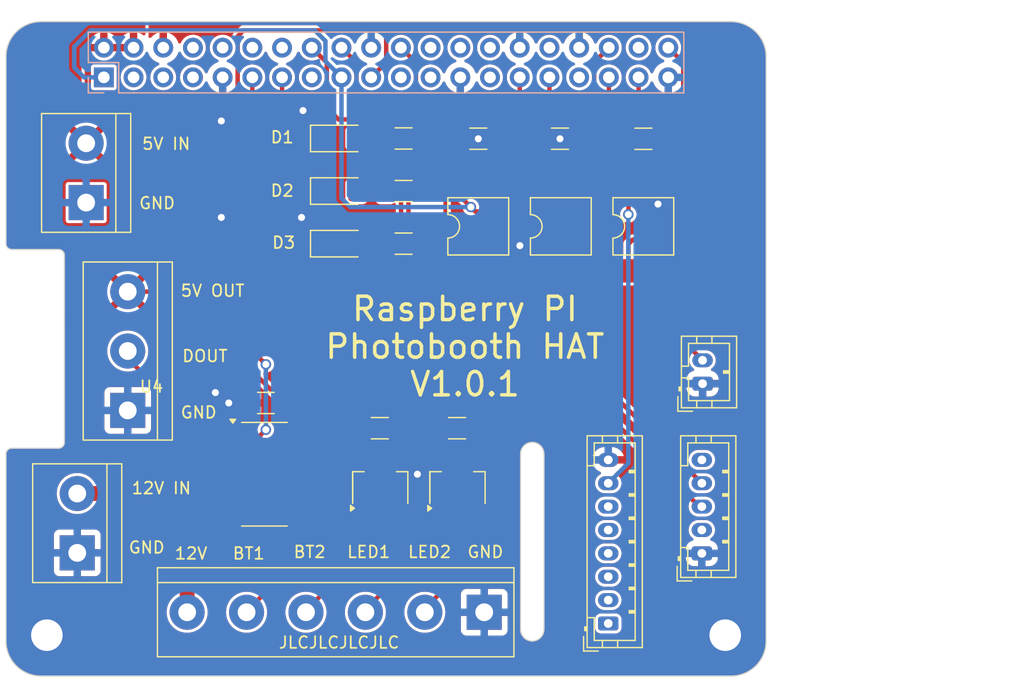
<source format=kicad_pcb>
(kicad_pcb (version 20240108) (generator "pcbnew") (generator_version "8.0")
  (title_block (date "15 nov 2012"))
  (layers (0 "F.Cu" signal) (31 "B.Cu" signal) (34 "B.Paste" user) (35 "F.Paste" user) (36 "B.SilkS" user "B.Silkscreen") (37 "F.SilkS" user "F.Silkscreen") (38 "B.Mask" user) (39 "F.Mask" user) (44 "Edge.Cuts" user))
  (net 0 "")
  (net 1 "GND")
  (net 2 "/GPIO2{slash}SDA1")
  (net 3 "/GPIO3{slash}SCL1")
  (net 4 "/GPIO4{slash}GPCLK0")
  (net 5 "/GPIO14{slash}TXD0")
  (net 6 "/GPIO15{slash}RXD0")
  (net 7 "/BUTTON1")
  (net 8 "/GPIO18{slash}PCM.CLK")
  (net 9 "/BUTTON2")
  (net 10 "/GPIO22")
  (net 11 "/GPIO23")
  (net 12 "/GPIO24")
  (net 13 "/GPIO10{slash}SPI0.MOSI")
  (net 14 "/GPIO9{slash}SPI0.MISO")
  (net 15 "/GPIO25")
  (net 16 "/GPIO11{slash}SPI0.SCLK")
  (net 17 "/GPIO8{slash}SPI0.CE0")
  (net 18 "/GPIO7{slash}SPI0.CE1")
  (net 19 "/ID_SDA")
  (net 20 "/ID_SCL")
  (net 21 "/GPIO5")
  (net 22 "/GPIO6")
  (net 23 "/GPIO12{slash}PWM0")
  (net 24 "/GPIO13{slash}PWM1")
  (net 25 "/GPIO16")
  (net 26 "/GPIO26")
  (net 27 "/GPIO20{slash}PCM.DIN")
  (net 28 "/GPIO21{slash}PCM.DOUT")
  (net 29 "+5V")
  (net 30 "+3V3")
  (net 31 "Net-(Q1-B)")
  (net 32 "/LED1")
  (net 33 "Net-(Q2-B)")
  (net 34 "/LED2")
  (net 35 "/PWR")
  (net 36 "/G")
  (net 37 "/R")
  (net 38 "+12V")
  (net 39 "Net-(D2-A)")
  (net 40 "Net-(D3-A)")
  (net 41 "Net-(D1-A)")
  (net 42 "Net-(R6-Pad1)")
  (net 46 "Net-(J2-Pin_2)")
  (net 55 "/GPIO19")
  (footprint "Package_SO:SOIC-14_3.9x8.7mm_P1.27mm" (layer "F.Cu") (at 122.098 82.728)
    (property "Reference" "U4" (at -9.652 -7.493 0) (layer "F.SilkS"))
    (property "Value" "74AHCT125")
    (pad "1" smd roundrect (at -2.475 -3.81) (size 1.95 0.6) (layers "F.Cu" "F.Paste" "F.Mask") (net 1 "GND"))
    (pad "2" smd roundrect (at -2.475 -2.54) (size 1.95 0.6) (layers "F.Cu" "F.Paste" "F.Mask") (net 13 "/GPIO10{slash}SPI0.MOSI"))
    (pad "3" smd roundrect (at -2.475 -1.27) (size 1.95 0.6) (layers "F.Cu" "F.Paste" "F.Mask") (net 46 "Net-(J2-Pin_2)"))
    (pad "4" smd roundrect (at -2.475 0) (size 1.95 0.6) (layers "F.Cu" "F.Paste" "F.Mask") (net 1 "GND"))
    (pad "5" smd roundrect (at -2.475 1.27) (size 1.95 0.6) (layers "F.Cu" "F.Paste" "F.Mask") (net 1 "GND"))
    (pad "6" smd roundrect (at -2.475 2.54) (size 1.95 0.6) (layers "F.Cu" "F.Paste" "F.Mask"))
    (pad "7" smd roundrect (at -2.475 3.81) (size 1.95 0.6) (layers "F.Cu" "F.Paste" "F.Mask") (net 1 "GND"))
    (pad "8" smd roundrect (at 2.475 3.81) (size 1.95 0.6) (layers "F.Cu" "F.Paste" "F.Mask"))
    (pad "9" smd roundrect (at 2.475 2.54) (size 1.95 0.6) (layers "F.Cu" "F.Paste" "F.Mask") (net 1 "GND"))
    (pad "10" smd roundrect (at 2.475 1.27) (size 1.95 0.6) (layers "F.Cu" "F.Paste" "F.Mask") (net 1 "GND"))
    (pad "11" smd roundrect (at 2.475 0) (size 1.95 0.6) (layers "F.Cu" "F.Paste" "F.Mask"))
    (pad "12" smd roundrect (at 2.475 -1.27) (size 1.95 0.6) (layers "F.Cu" "F.Paste" "F.Mask") (net 1 "GND"))
    (pad "13" smd roundrect (at 2.475 -2.54) (size 1.95 0.6) (layers "F.Cu" "F.Paste" "F.Mask") (net 1 "GND"))
    (pad "14" smd roundrect (at 2.475 -3.81) (size 1.95 0.6) (layers "F.Cu" "F.Paste" "F.Mask") (net 29 "+5V"))
  )
  (footprint "Resistor_SMD:R_1206_3216Metric_Pad1.30x1.75mm_HandSolder" (layer "F.Cu") (at 134 58.5 180)
    (property "Reference" "R2" (hide yes))
    (property "Value" "330")
    (pad "1" smd roundrect (at -1.55 0 180) (size 1.3 1.75) (layers "F.Cu" "F.Paste" "F.Mask") (roundrect_rratio 0.192308) (net 21 "/GPIO5"))
    (pad "2" smd roundrect (at 1.55 0 180) (size 1.3 1.75) (layers "F.Cu" "F.Paste" "F.Mask") (roundrect_rratio 0.192308) (net 39 "Net-(D2-A)"))
  )
  (footprint "Connector_JST:JST_PH_B2B-PH-K_1x02_P2.00mm_Vertical" (layer "F.Cu") (at 159.563 74.981 90)
    (property "Reference" "J7" (hide yes))
    (property "Value" "Reboot")
    (pad "1" thru_hole roundrect (at 0 0 90) (size 1.2 1.75) (drill 0.75) (layers "*.Cu" "*.Mask") (roundrect_rratio 0.208333) (net 1 "GND"))
    (pad "2" thru_hole oval (at 2 0 90) (size 1.2 1.75) (drill 0.75) (layers "*.Cu" "*.Mask") (net 28 "/GPIO21{slash}PCM.DOUT"))
  )
  (footprint "TerminalBlock:TerminalBlock_bornier-3_P5.08mm" (layer "F.Cu") (at 110.414 77.267 90)
    (property "Reference" "J2" (hide yes))
    (property "Value" "Neopixel")
    (pad "1" thru_hole rect (at 0 0 90) (size 3 3) (drill 1.52) (layers "*.Cu" "*.Mask") (net 1 "GND"))
    (pad "2" thru_hole circle (at 5.08 0 90) (size 3 3) (drill 1.52) (layers "*.Cu" "*.Mask") (net 46 "Net-(J2-Pin_2)"))
    (pad "3" thru_hole circle (at 10.16 0 90) (size 3 3) (drill 1.52) (layers "*.Cu" "*.Mask") (net 29 "+5V"))
  )
  (footprint "Package_TO_SOT_SMD:SOT-89-3_Handsoldering" (layer "F.Cu") (at 138.608 83.871 90)
    (property "Reference" "Q2" (hide yes))
    (property "Value" "2N3904")
    (pad "1" smd roundrect (at -2.45 -1.5 90) (size 2.3 0.9) (layers "F.Cu" "F.Paste" "F.Mask") (net 1 "GND"))
    (pad "2" smd custom (at -2.3625 0 90) (size 2.475 0.9) (layers "F.Cu" "F.Paste" "F.Mask") (net 33 "Net-(Q2-B)") (options (clearance outline) (anchor rect)) (primitives (gr_poly (pts (xy 5.3625 0.8665) (xy 1.2375 0.8665) (xy 1.2375 -0.8665) (xy 5.3625 -0.8665)) (width 0) (fill yes))))
    (pad "3" smd roundrect (at -2.45 1.5 90) (size 2.3 0.9) (layers "F.Cu" "F.Paste" "F.Mask") (net 34 "/LED2"))
  )
  (footprint "Resistor_SMD:R_1206_3216Metric_Pad1.30x1.75mm_HandSolder" (layer "F.Cu") (at 147.371 54.019 180)
    (property "Reference" "R4" (hide yes))
    (property "Value" "10k")
    (pad "1" smd roundrect (at -1.55 0 180) (size 1.3 1.75) (layers "F.Cu" "F.Paste" "F.Mask") (roundrect_rratio 0.192308) (net 55 "/GPIO19"))
    (pad "2" smd roundrect (at 1.55 0 180) (size 1.3 1.75) (layers "F.Cu" "F.Paste" "F.Mask") (roundrect_rratio 0.192308) (net 1 "GND"))
  )
  (footprint "Resistor_SMD:R_1206_3216Metric_Pad1.30x1.75mm_HandSolder" (layer "F.Cu") (at 134 63 180)
    (property "Reference" "R3" (hide yes))
    (property "Value" "330")
    (pad "1" smd roundrect (at -1.55 0 180) (size 1.3 1.75) (layers "F.Cu" "F.Paste" "F.Mask") (roundrect_rratio 0.192308) (net 22 "/GPIO6"))
    (pad "2" smd roundrect (at 1.55 0 180) (size 1.3 1.75) (layers "F.Cu" "F.Paste" "F.Mask") (roundrect_rratio 0.192308) (net 40 "Net-(D3-A)"))
  )
  (footprint "TerminalBlock:TerminalBlock_bornier-2_P5.08mm" (layer "F.Cu") (at 106.096 89.459 90)
    (property "Reference" "J3" (hide yes))
    (property "Value" "12V_Power_Supply")
    (pad "1" thru_hole rect (at 0 0 90) (size 3 3) (drill 1.52) (layers "*.Cu" "*.Mask") (net 1 "GND"))
    (pad "2" thru_hole circle (at 5.08 0 90) (size 3 3) (drill 1.52) (layers "*.Cu" "*.Mask") (net 38 "+12V"))
  )
  (footprint "Package_DIP:SMDIP-4_W7.62mm" (layer "F.Cu") (at 147.443 61.519 90)
    (property "Reference" "U1" (hide yes))
    (property "Value" "PC817")
    (pad "1" smd rect (at -3.81 -1.27 90) (size 2 1.78) (layers "F.Cu" "F.Paste" "F.Mask") (net 37 "/R"))
    (pad "2" smd rect (at -3.81 1.27 90) (size 2 1.78) (layers "F.Cu" "F.Paste" "F.Mask") (net 1 "GND"))
    (pad "3" smd rect (at 3.81 1.27 90) (size 2 1.78) (layers "F.Cu" "F.Paste" "F.Mask") (net 55 "/GPIO19"))
    (pad "4" smd rect (at 3.81 -1.27 90) (size 2 1.78) (layers "F.Cu" "F.Paste" "F.Mask") (net 30 "+3V3"))
  )
  (footprint "MountingHole:MountingHole_2.7mm_M2.5" (layer "F.Cu") (at 103.5 96.5)
    (property "Reference" "MH3" (hide yes))
    (property "Value" "MountingHole_2.7mm_M2.5" (hide yes))
    (pad "" np_thru_hole circle (at 0 0) (size 2.7 2.7) (drill 2.7) (layers "*.Cu" "*.Mask"))
  )
  (footprint "Resistor_SMD:R_1206_3216Metric_Pad1.30x1.75mm_HandSolder" (layer "F.Cu") (at 131.9665 78.791)
    (property "Reference" "R7" (hide yes))
    (property "Value" "1k")
    (pad "1" smd roundrect (at -1.55 0) (size 1.3 1.75) (layers "F.Cu" "F.Paste" "F.Mask") (roundrect_rratio 0.192308) (net 31 "Net-(Q1-B)"))
    (pad "2" smd roundrect (at 1.55 0) (size 1.3 1.75) (layers "F.Cu" "F.Paste" "F.Mask") (roundrect_rratio 0.192308) (net 11 "/GPIO23"))
  )
  (footprint "LED_SMD:LED_1206_3216Metric_Pad1.42x1.75mm_HandSolder" (layer "F.Cu") (at 128.5 58.5)
    (property "Reference" "D2" (at -4.878 -0.029 0) (layer "F.SilkS"))
    (property "Value" "LED1")
    (pad "1" smd roundrect (at -1.4875 0) (size 1.425 1.75) (layers "F.Cu" "F.Paste" "F.Mask") (roundrect_rratio 0.175439) (net 1 "GND"))
    (pad "2" smd roundrect (at 1.4875 0) (size 1.425 1.75) (layers "F.Cu" "F.Paste" "F.Mask") (roundrect_rratio 0.175439) (net 39 "Net-(D2-A)"))
  )
  (footprint "Resistor_SMD:R_1206_3216Metric_Pad1.30x1.75mm_HandSolder" (layer "F.Cu") (at 140.386 54.019 180)
    (property "Reference" "R5" (hide yes))
    (property "Value" "10k")
    (pad "1" smd roundrect (at -1.55 0 180) (size 1.3 1.75) (layers "F.Cu" "F.Paste" "F.Mask") (roundrect_rratio 0.192308) (net 25 "/GPIO16"))
    (pad "2" smd roundrect (at 1.55 0 180) (size 1.3 1.75) (layers "F.Cu" "F.Paste" "F.Mask") (roundrect_rratio 0.192308) (net 1 "GND"))
  )
  (footprint "Capacitor_SMD:C_1206_3216Metric_Pad1.33x1.80mm_HandSolder" (layer "F.Cu") (at 122.225 76.632 180)
    (property "Reference" "C1" (hide yes))
    (property "Value" "100n")
    (pad "1" smd roundrect (at -1.5625 0 180) (size 1.325 1.8) (layers "F.Cu" "F.Paste" "F.Mask") (roundrect_rratio 0.188679) (net 29 "+5V"))
    (pad "2" smd roundrect (at 1.5625 0 180) (size 1.325 1.8) (layers "F.Cu" "F.Paste" "F.Mask") (roundrect_rratio 0.188679) (net 1 "GND"))
  )
  (footprint "Resistor_SMD:R_1206_3216Metric_Pad1.30x1.75mm_HandSolder" (layer "F.Cu") (at 134 54 180)
    (property "Reference" "R1" (hide yes))
    (property "Value" "330")
    (pad "1" smd roundrect (at -1.55 0 180) (size 1.3 1.75) (layers "F.Cu" "F.Paste" "F.Mask") (roundrect_rratio 0.192308) (net 15 "/GPIO25"))
    (pad "2" smd roundrect (at 1.55 0 180) (size 1.3 1.75) (layers "F.Cu" "F.Paste" "F.Mask") (roundrect_rratio 0.192308) (net 41 "Net-(D1-A)"))
  )
  (footprint "Connector_JST:JST_PH_B8B-PH-K_1x08_P2.00mm_Vertical" (layer "F.Cu") (at 151.5 95.5 90)
    (property "Reference" "J5" (hide yes))
    (property "Value" "Display2")
    (pad "1" thru_hole roundrect (at 0 0 90) (size 1.2 1.75) (drill 0.75) (layers "*.Cu" "*.Mask") (roundrect_rratio 0.208333))
    (pad "2" thru_hole oval (at 2 0 90) (size 1.2 1.75) (drill 0.75) (layers "*.Cu" "*.Mask"))
    (pad "3" thru_hole oval (at 4 0 90) (size 1.2 1.75) (drill 0.75) (layers "*.Cu" "*.Mask"))
    (pad "4" thru_hole oval (at 6 0 90) (size 1.2 1.75) (drill 0.75) (layers "*.Cu" "*.Mask"))
    (pad "5" thru_hole oval (at 8 0 90) (size 1.2 1.75) (drill 0.75) (layers "*.Cu" "*.Mask"))
    (pad "6" thru_hole oval (at 10 0 90) (size 1.2 1.75) (drill 0.75) (layers "*.Cu" "*.Mask"))
    (pad "7" thru_hole oval (at 12 0 90) (size 1.2 1.75) (drill 0.75) (layers "*.Cu" "*.Mask") (net 35 "/PWR"))
    (pad "8" thru_hole oval (at 14 0 90) (size 1.2 1.75) (drill 0.75) (layers "*.Cu" "*.Mask") (net 1 "GND"))
  )
  (footprint "LED_SMD:LED_1206_3216Metric_Pad1.42x1.75mm_HandSolder" (layer "F.Cu") (at 128.5 54)
    (property "Reference" "D1" (at -4.878 -0.101 0) (layer "F.SilkS"))
    (property "Value" "LED1")
    (pad "1" smd roundrect (at -1.4875 0) (size 1.425 1.75) (layers "F.Cu" "F.Paste" "F.Mask") (roundrect_rratio 0.175439) (net 1 "GND"))
    (pad "2" smd roundrect (at 1.4875 0) (size 1.425 1.75) (layers "F.Cu" "F.Paste" "F.Mask") (roundrect_rratio 0.175439) (net 41 "Net-(D1-A)"))
  )
  (footprint "MountingHole:MountingHole_2.7mm_M2.5" (layer "F.Cu") (at 161.5 96.5)
    (property "Reference" "MH4" (hide yes))
    (property "Value" "MountingHole_2.7mm_M2.5" (hide yes))
    (pad "" np_thru_hole circle (at 0 0) (size 2.7 2.7) (drill 2.7) (layers "*.Cu" "*.Mask"))
  )
  (footprint "Resistor_SMD:R_1206_3216Metric_Pad1.30x1.75mm_HandSolder" (layer "F.Cu") (at 138.5705 78.791)
    (property "Reference" "R8" (hide yes))
    (property "Value" "1k")
    (pad "1" smd roundrect (at -1.55 0) (size 1.3 1.75) (layers "F.Cu" "F.Paste" "F.Mask") (roundrect_rratio 0.192308) (net 33 "Net-(Q2-B)"))
    (pad "2" smd roundrect (at 1.55 0) (size 1.3 1.75) (layers "F.Cu" "F.Paste" "F.Mask") (roundrect_rratio 0.192308) (net 12 "/GPIO24"))
  )
  (footprint "Package_DIP:SMDIP-4_W7.62mm" (layer "F.Cu") (at 140.386 61.519 90)
    (property "Reference" "U2" (hide yes))
    (property "Value" "PC817")
    (pad "1" smd rect (at -3.81 -1.27 90) (size 2 1.78) (layers "F.Cu" "F.Paste" "F.Mask") (net 36 "/G"))
    (pad "2" smd rect (at -3.81 1.27 90) (size 2 1.78) (layers "F.Cu" "F.Paste" "F.Mask") (net 1 "GND"))
    (pad "3" smd rect (at 3.81 1.27 90) (size 2 1.78) (layers "F.Cu" "F.Paste" "F.Mask") (net 25 "/GPIO16"))
    (pad "4" smd rect (at 3.81 -1.27 90) (size 2 1.78) (layers "F.Cu" "F.Paste" "F.Mask") (net 30 "+3V3"))
  )
  (footprint "LED_SMD:LED_1206_3216Metric_Pad1.42x1.75mm_HandSolder" (layer "F.Cu") (at 128.5 63)
    (property "Reference" "D3" (at -4.751 -0.084 0) (layer "F.SilkS"))
    (property "Value" "LED1")
    (pad "1" smd roundrect (at -1.4875 0) (size 1.425 1.75) (layers "F.Cu" "F.Paste" "F.Mask") (roundrect_rratio 0.175439) (net 1 "GND"))
    (pad "2" smd roundrect (at 1.4875 0) (size 1.425 1.75) (layers "F.Cu" "F.Paste" "F.Mask") (roundrect_rratio 0.175439) (net 40 "Net-(D3-A)"))
  )
  (footprint "TerminalBlock:TerminalBlock_bornier-6_P5.08mm" (layer "F.Cu") (at 140.894 94.539 180)
    (property "Reference" "J4" (hide yes))
    (property "Value" "Front_Panel")
    (pad "1" thru_hole rect (at 0 0 180) (size 3 3) (drill 1.52) (layers "*.Cu" "*.Mask") (net 1 "GND"))
    (pad "2" thru_hole circle (at 5.08 0 180) (size 3 3) (drill 1.52) (layers "*.Cu" "*.Mask") (net 34 "/LED2"))
    (pad "3" thru_hole circle (at 10.16 0 180) (size 3 3) (drill 1.52) (layers "*.Cu" "*.Mask") (net 32 "/LED1"))
    (pad "4" thru_hole circle (at 15.24 0 180) (size 3 3) (drill 1.52) (layers "*.Cu" "*.Mask") (net 9 "/BUTTON2"))
    (pad "5" thru_hole circle (at 20.32 0 180) (size 3 3) (drill 1.52) (layers "*.Cu" "*.Mask") (net 7 "/BUTTON1"))
    (pad "6" thru_hole circle (at 25.4 0 180) (size 3 3) (drill 1.52) (layers "*.Cu" "*.Mask") (net 38 "+12V"))
  )
  (footprint "Package_TO_SOT_SMD:SOT-89-3_Handsoldering" (layer "F.Cu") (at 132.004 83.871 90)
    (property "Reference" "Q1" (hide yes))
    (property "Value" "2N3904")
    (pad "1" smd roundrect (at -2.45 -1.5 90) (size 2.3 0.9) (layers "F.Cu" "F.Paste" "F.Mask") (net 1 "GND"))
    (pad "2" smd custom (at -2.3625 0 90) (size 2.475 0.9) (layers "F.Cu" "F.Paste" "F.Mask") (net 31 "Net-(Q1-B)") (options (clearance outline) (anchor rect)) (primitives (gr_poly (pts (xy 5.3625 0.8665) (xy 1.2375 0.8665) (xy 1.2375 -0.8665) (xy 5.3625 -0.8665)) (width 0) (fill yes))))
    (pad "3" smd roundrect (at -2.45 1.5 90) (size 2.3 0.9) (layers "F.Cu" "F.Paste" "F.Mask") (net 32 "/LED1"))
  )
  (footprint "Resistor_SMD:R_1206_3216Metric_Pad1.30x1.75mm_HandSolder" (layer "F.Cu") (at 154.5 54.026)
    (property "Reference" "R6" (hide yes))
    (property "Value" "220")
    (pad "1" smd roundrect (at -1.55 0) (size 1.3 1.75) (layers "F.Cu" "F.Paste" "F.Mask") (roundrect_rratio 0.192308) (net 42 "Net-(R6-Pad1)"))
    (pad "2" smd roundrect (at 1.55 0) (size 1.3 1.75) (layers "F.Cu" "F.Paste" "F.Mask") (roundrect_rratio 0.192308) (net 26 "/GPIO26"))
  )
  (footprint "Connector_JST:JST_PH_B5B-PH-K_1x05_P2.00mm_Vertical" (layer "F.Cu") (at 159.5 89.5 90)
    (property "Reference" "J6" (hide yes))
    (property "Value" "Display1")
    (pad "1" thru_hole roundrect (at 0 0 90) (size 1.2 1.75) (drill 0.75) (layers "*.Cu" "*.Mask") (roundrect_rratio 0.208333) (net 1 "GND"))
    (pad "2" thru_hole oval (at 2 0 90) (size 1.2 1.75) (drill 0.75) (layers "*.Cu" "*.Mask"))
    (pad "3" thru_hole oval (at 4 0 90) (size 1.2 1.75) (drill 0.75) (layers "*.Cu" "*.Mask") (net 36 "/G"))
    (pad "4" thru_hole oval (at 6 0 90) (size 1.2 1.75) (drill 0.75) (layers "*.Cu" "*.Mask") (net 37 "/R"))
    (pad "5" thru_hole oval (at 8 0 90) (size 1.2 1.75) (drill 0.75) (layers "*.Cu" "*.Mask"))
  )
  (footprint "TerminalBlock:TerminalBlock_bornier-2_P5.08mm" (layer "F.Cu") (at 106.858 59.487 90)
    (property "Reference" "J1" (hide yes))
    (property "Value" "5V_Power_Supply")
    (pad "1" thru_hole rect (at 0 0 90) (size 3 3) (drill 1.52) (layers "*.Cu" "*.Mask") (net 1 "GND"))
    (pad "2" thru_hole circle (at 5.08 0 90) (size 3 3) (drill 1.52) (layers "*.Cu" "*.Mask") (net 29 "+5V"))
  )
  (footprint "Package_DIP:SMDIP-4_W7.62mm" (layer "F.Cu") (at 154.5 61.519 90)
    (property "Reference" "U3" (hide yes))
    (property "Value" "PC817")
    (pad "1" smd rect (at -3.81 -1.27 90) (size 2 1.78) (layers "F.Cu" "F.Paste" "F.Mask") (net 42 "Net-(R6-Pad1)"))
    (pad "2" smd rect (at -3.81 1.27 90) (size 2 1.78) (layers "F.Cu" "F.Paste" "F.Mask") (net 1 "GND"))
    (pad "3" smd rect (at 3.81 1.27 90) (size 2 1.78) (layers "F.Cu" "F.Paste" "F.Mask") (net 1 "GND"))
    (pad "4" smd rect (at 3.81 -1.27 90) (size 2 1.78) (layers "F.Cu" "F.Paste" "F.Mask") (net 35 "/PWR"))
  )
  (footprint "Connector_PinSocket_2.54mm:PinSocket_2x20_P2.54mm_Vertical" (layer "B.Cu") (at 108.37 48.77 -90)
    (property "Reference" "J0" (hide yes))
    (property "Value" "GPIO")
    (pad "1" thru_hole rect (at 0 0 270) (size 1.7 1.7) (drill 1) (layers "*.Cu" "*.Mask") (net 30 "+3V3"))
    (pad "2" thru_hole oval (at -2.54 0 270) (size 1.7 1.7) (drill 1) (layers "*.Cu" "*.Mask") (net 29 "+5V"))
    (pad "3" thru_hole oval (at 0 -2.54 270) (size 1.7 1.7) (drill 1) (layers "*.Cu" "*.Mask") (net 2 "/GPIO2{slash}SDA1"))
    (pad "4" thru_hole oval (at -2.54 -2.54 270) (size 1.7 1.7) (drill 1) (layers "*.Cu" "*.Mask") (net 29 "+5V"))
    (pad "5" thru_hole oval (at 0 -5.08 270) (size 1.7 1.7) (drill 1) (layers "*.Cu" "*.Mask") (net 3 "/GPIO3{slash}SCL1"))
    (pad "6" thru_hole oval (at -2.54 -5.08 270) (size 1.7 1.7) (drill 1) (layers "*.Cu" "*.Mask") (net 1 "GND"))
    (pad "7" thru_hole oval (at 0 -7.62 270) (size 1.7 1.7) (drill 1) (layers "*.Cu" "*.Mask") (net 4 "/GPIO4{slash}GPCLK0"))
    (pad "8" thru_hole oval (at -2.54 -7.62 270) (size 1.7 1.7) (drill 1) (layers "*.Cu" "*.Mask") (net 5 "/GPIO14{slash}TXD0"))
    (pad "9" thru_hole oval (at 0 -10.16 270) (size 1.7 1.7) (drill 1) (layers "*.Cu" "*.Mask") (net 1 "GND"))
    (pad "10" thru_hole oval (at -2.54 -10.16 270) (size 1.7 1.7) (drill 1) (layers "*.Cu" "*.Mask") (net 6 "/GPIO15{slash}RXD0"))
    (pad "11" thru_hole oval (at 0 -12.7 270) (size 1.7 1.7) (drill 1) (layers "*.Cu" "*.Mask") (net 7 "/BUTTON1"))
    (pad "12" thru_hole oval (at -2.54 -12.7 270) (size 1.7 1.7) (drill 1) (layers "*.Cu" "*.Mask") (net 8 "/GPIO18{slash}PCM.CLK"))
    (pad "13" thru_hole oval (at 0 -15.24 270) (size 1.7 1.7) (drill 1) (layers "*.Cu" "*.Mask") (net 9 "/BUTTON2"))
    (pad "14" thru_hole oval (at -2.54 -15.24 270) (size 1.7 1.7) (drill 1) (layers "*.Cu" "*.Mask") (net 1 "GND"))
    (pad "15" thru_hole oval (at 0 -17.78 270) (size 1.7 1.7) (drill 1) (layers "*.Cu" "*.Mask") (net 10 "/GPIO22"))
    (pad "16" thru_hole oval (at -2.54 -17.78 270) (size 1.7 1.7) (drill 1) (layers "*.Cu" "*.Mask") (net 11 "/GPIO23"))
    (pad "17" thru_hole oval (at 0 -20.32 270) (size 1.7 1.7) (drill 1) (layers "*.Cu" "*.Mask") (net 30 "+3V3"))
    (pad "18" thru_hole oval (at -2.54 -20.32 270) (size 1.7 1.7) (drill 1) (layers "*.Cu" "*.Mask") (net 12 "/GPIO24"))
    (pad "19" thru_hole oval (at 0 -22.86 270) (size 1.7 1.7) (drill 1) (layers "*.Cu" "*.Mask") (net 13 "/GPIO10{slash}SPI0.MOSI"))
    (pad "20" thru_hole oval (at -2.54 -22.86 270) (size 1.7 1.7) (drill 1) (layers "*.Cu" "*.Mask") (net 1 "GND"))
    (pad "21" thru_hole oval (at 0 -25.4 270) (size 1.7 1.7) (drill 1) (layers "*.Cu" "*.Mask") (net 14 "/GPIO9{slash}SPI0.MISO"))
    (pad "22" thru_hole oval (at -2.54 -25.4 270) (size 1.7 1.7) (drill 1) (layers "*.Cu" "*.Mask") (net 15 "/GPIO25"))
    (pad "23" thru_hole oval (at 0 -27.94 270) (size 1.7 1.7) (drill 1) (layers "*.Cu" "*.Mask") (net 16 "/GPIO11{slash}SPI0.SCLK"))
    (pad "24" thru_hole oval (at -2.54 -27.94 270) (size 1.7 1.7) (drill 1) (layers "*.Cu" "*.Mask") (net 17 "/GPIO8{slash}SPI0.CE0"))
    (pad "25" thru_hole oval (at 0 -30.48 270) (size 1.7 1.7) (drill 1) (layers "*.Cu" "*.Mask") (net 1 "GND"))
    (pad "26" thru_hole oval (at -2.54 -30.48 270) (size 1.7 1.7) (drill 1) (layers "*.Cu" "*.Mask") (net 18 "/GPIO7{slash}SPI0.CE1"))
    (pad "27" thru_hole oval (at 0 -33.02 270) (size 1.7 1.7) (drill 1) (layers "*.Cu" "*.Mask") (net 19 "/ID_SDA"))
    (pad "28" thru_hole oval (at -2.54 -33.02 270) (size 1.7 1.7) (drill 1) (layers "*.Cu" "*.Mask") (net 20 "/ID_SCL"))
    (pad "29" thru_hole oval (at 0 -35.56 270) (size 1.7 1.7) (drill 1) (layers "*.Cu" "*.Mask") (net 21 "/GPIO5"))
    (pad "30" thru_hole oval (at -2.54 -35.56 270) (size 1.7 1.7) (drill 1) (layers "*.Cu" "*.Mask") (net 1 "GND"))
    (pad "31" thru_hole oval (at 0 -38.1 270) (size 1.7 1.7) (drill 1) (layers "*.Cu" "*.Mask") (net 22 "/GPIO6"))
    (pad "32" thru_hole oval (at -2.54 -38.1 270) (size 1.7 1.7) (drill 1) (layers "*.Cu" "*.Mask") (net 23 "/GPIO12{slash}PWM0"))
    (pad "33" thru_hole oval (at 0 -40.64 270) (size 1.7 1.7) (drill 1) (layers "*.Cu" "*.Mask") (net 24 "/GPIO13{slash}PWM1"))
    (pad "34" thru_hole oval (at -2.54 -40.64 270) (size 1.7 1.7) (drill 1) (layers "*.Cu" "*.Mask") (net 1 "GND"))
    (pad "35" thru_hole oval (at 0 -43.18 270) (size 1.7 1.7) (drill 1) (layers "*.Cu" "*.Mask") (net 55 "/GPIO19"))
    (pad "36" thru_hole oval (at -2.54 -43.18 270) (size 1.7 1.7) (drill 1) (layers "*.Cu" "*.Mask") (net 25 "/GPIO16"))
    (pad "37" thru_hole oval (at 0 -45.72 270) (size 1.7 1.7) (drill 1) (layers "*.Cu" "*.Mask") (net 26 "/GPIO26"))
    (pad "38" thru_hole oval (at -2.54 -45.72 270) (size 1.7 1.7) (drill 1) (layers "*.Cu" "*.Mask") (net 27 "/GPIO20{slash}PCM.DIN"))
    (pad "39" thru_hole oval (at 0 -48.26 270) (size 1.7 1.7) (drill 1) (layers "*.Cu" "*.Mask") (net 1 "GND"))
    (pad "40" thru_hole oval (at -2.54 -48.26 270) (size 1.7 1.7) (drill 1) (layers "*.Cu" "*.Mask") (net 28 "/GPIO21{slash}PCM.DOUT"))
  )
  (gr_arc (start 100.5 63.5) (mid 100.146447 63.353553) (end 100 63) (stroke (width 0.1)) (layer "Edge.Cuts"))
  (gr_arc (start 162 44) (mid 164.12132 44.87868) (end 165 47) (stroke (width 0.1)) (layer "Edge.Cuts"))
  (gr_line (start 165 97) (end 165 47) (stroke (width 0.1)) (layer "Edge.Cuts"))
  (gr_line (start 100 47) (end 100 63) (stroke (width 0.1)) (layer "Edge.Cuts"))
  (gr_line (start 146 81) (end 146 96) (stroke (width 0.1)) (layer "Edge.Cuts"))
  (gr_line (start 144 96) (end 144 81) (stroke (width 0.1)) (layer "Edge.Cuts"))
  (gr_arc (start 103 100) (mid 100.87868 99.12132) (end 100 97) (stroke (width 0.1)) (layer "Edge.Cuts"))
  (gr_line (start 103 100) (end 162 100) (stroke (width 0.1)) (layer "Edge.Cuts"))
  (gr_line (start 104.5 80.5) (end 100.5 80.5) (stroke (width 0.1)) (layer "Edge.Cuts"))
  (gr_arc (start 144 81) (mid 145 80) (end 146 81) (stroke (width 0.1)) (layer "Edge.Cuts"))
  (gr_arc (start 100 81) (mid 100.146138 80.646755) (end 100.499127 80.500001) (stroke (width 0.1)) (layer "Edge.Cuts"))
  (gr_arc (start 165 97) (mid 164.12132 99.12132) (end 162 100) (stroke (width 0.1)) (layer "Edge.Cuts"))
  (gr_line (start 105 64) (end 105 80) (stroke (width 0.1)) (layer "Edge.Cuts"))
  (gr_arc (start 100 47) (mid 100.87868 44.87868) (end 103 44) (stroke (width 0.1)) (layer "Edge.Cuts"))
  (gr_arc (start 146 96) (mid 145 97) (end 144 96) (stroke (width 0.1)) (layer "Edge.Cuts"))
  (gr_line (start 100 81) (end 100 97) (stroke (width 0.1)) (layer "Edge.Cuts"))
  (gr_line (start 100.5 63.5) (end 104.5 63.5) (stroke (width 0.1)) (layer "Edge.Cuts"))
  (gr_arc (start 105 80) (mid 104.853553 80.353553) (end 104.5 80.5) (stroke (width 0.1)) (layer "Edge.Cuts"))
  (gr_arc (start 104.5 63.5) (mid 104.853553 63.646447) (end 105 64) (stroke (width 0.1)) (layer "Edge.Cuts"))
  (gr_line (start 162 44) (end 103 44) (stroke (width 0.1)) (layer "Edge.Cuts"))
  (gr_text "5V IN\n" (at 111.557 55.042 0) (layer "F.SilkS") (effects (font (size 1 1)) (justify left bottom)))
  (gr_text "GND" (at 111.303 60.122 0) (layer "F.SilkS") (effects (font (size 1 1)) (justify left bottom)))
  (gr_text "BT2" (at 124.511 89.967 0) (layer "F.SilkS") (effects (font (size 1 1)) (justify left bottom)))
  (gr_text "GND" (at 110.414 89.586 0) (layer "F.SilkS") (effects (font (size 1 1)) (justify left bottom)))
  (gr_text "12V IN" (at 110.668 84.506 0) (layer "F.SilkS") (effects (font (size 1 1)) (justify left bottom)))
  (gr_text "BT1" (at 119.304 90.094 0) (layer "F.SilkS") (effects (font (size 1 1)) (justify left bottom)))
  (gr_text "12V" (at 114.351 90.094 0) (layer "F.SilkS") (effects (font (size 1 1)) (justify left bottom)))
  (gr_text "5V OUT" (at 114.859 67.615 0) (layer "F.SilkS") (effects (font (size 1 1)) (justify left bottom)))
  (gr_text "Raspberry PI\nPhotobooth HAT\nV1.0.1" (at 139.243 71.806 0) (layer "F.SilkS") (effects (font (size 2 2) (thickness 0.3))))
  (gr_text "JLCJLCJLCJLC" (at 123.241 97.714 0) (layer "F.SilkS") (effects (font (size 1 1)) (justify left bottom)))
  (gr_text "LED2" (at 134.29 89.967 0) (layer "F.SilkS") (effects (font (size 1 1)) (justify left bottom)))
  (gr_text "GND" (at 114.859 78.029 0) (layer "F.SilkS") (effects (font (size 1 1)) (justify left bottom)))
  (gr_text "LED1" (at 129.083 89.967 0) (layer "F.SilkS") (effects (font (size 1 1)) (justify left bottom)))
  (gr_text "DOUT" (at 114.986 73.203 0) (layer "F.SilkS") (effects (font (size 1 1)) (justify left bottom)))
  (gr_text "GND" (at 139.37 89.967 0) (layer "F.SilkS") (effects (font (size 1 1)) (justify left bottom)))
  (segment (start 147.364 54.019) (end 147.371 54.026) (width 0.381) (layer "F.Cu") (net 1))
  (segment (start 155.77 57.709) (end 155.77 59.597) (width 0.381) (layer "F.Cu") (net 1))
  (segment (start 120.6625 76.632) (end 119.05 76.632) (width 0.381) (layer "F.Cu") (net 1))
  (segment (start 140.379 54.019) (end 140.386 54.026) (width 0.381) (layer "F.Cu") (net 1))
  (segment (start 145.821 54.019) (end 147.364 54.019) (width 0.381) (layer "F.Cu") (net 1))
  (segment (start 155.77 59.597) (end 155.753 59.614) (width 0.381) (layer "F.Cu") (net 1))
  (segment (start 138.836 54.019) (end 140.379 54.019) (width 0.381) (layer "F.Cu") (net 1))
  (via (at 118.415 52.502) (size 0.9) (drill 0.6) (layers "F.Cu" "B.Cu") (net 1))
  (via (at 140.386 54.026) (size 0.9) (drill 0.6) (layers "F.Cu" "B.Cu") (net 1))
  (via (at 117.907 75.743) (size 0.9) (drill 0.6) (layers "F.Cu" "B.Cu") (net 1))
  (via (at 119.05 76.632) (size 0.9) (drill 0.6) (layers "F.Cu" "B.Cu") (net 1))
  (via (at 143.942 63.17) (size 0.9) (drill 0.6) (layers "F.Cu" "B.Cu") (net 1))
  (via (at 125.273 60.757) (size 0.9) (drill 0.6) (layers "F.Cu" "B.Cu") (net 1))
  (via (at 155.753 59.614) (size 0.9) (drill 0.6) (layers "F.Cu" "B.Cu") (net 1))
  (via (at 118.415 60.757) (size 0.9) (drill 0.6) (layers "F.Cu" "B.Cu") (net 1))
  (via (at 147.371 54.026) (size 0.9) (drill 0.6) (layers "F.Cu" "B.Cu") (net 1))
  (via (at 125.4 51.613) (size 0.9) (drill 0.6) (layers "F.Cu" "B.Cu") (net 1))
  (via (at 135.179 82.728) (size 0.9) (drill 0.6) (layers "F.Cu" "B.Cu") (net 1))
  (segment (start 127.305 87.728) (end 127.305 71.552) (width 0.381) (layer "F.Cu") (net 7))
  (segment (start 120.494 94.539) (end 127.305 87.728) (width 0.381) (layer "F.Cu") (net 7))
  (segment (start 121.07 65.317) (end 121.07 48.77) (width 0.381) (layer "F.Cu") (net 7))
  (segment (start 127.305 71.552) (end 121.07 65.317) (width 0.381) (layer "F.Cu") (net 7))
  (segment (start 123.61 48.77) (end 123.61 64.174) (width 0.381) (layer "F.Cu") (net 9))
  (segment (start 128.702 91.331) (end 125.494 94.539) (width 0.381) (layer "F.Cu") (net 9))
  (segment (start 128.702 69.266) (end 128.702 91.331) (width 0.381) (layer "F.Cu") (net 9))
  (segment (start 123.61 64.174) (end 128.702 69.266) (width 0.381) (layer "F.Cu") (net 9))
  (segment (start 127.432 47.512) (end 127.432 51.359) (width 0.381) (layer "F.Cu") (net 11))
  (segment (start 126.15 46.23) (end 127.432 47.512) (width 0.381) (layer "F.Cu") (net 11))
  (segment (start 128.448 52.375) (end 133.147 52.375) (width 0.381) (layer "F.Cu") (net 11))
  (segment (start 127.432 51.359) (end 128.448 52.375) (width 0.381) (layer "F.Cu") (net 11))
  (segment (start 133.782 78.5255) (end 133.5165 78.791) (width 0.381) (layer "F.Cu") (net 11))
  (segment (start 133.782 53.01) (end 133.782 78.5255) (width 0.381) (layer "F.Cu") (net 11))
  (segment (start 133.147 52.375) (end 133.782 53.01) (width 0.381) (layer "F.Cu") (net 11))
  (segment (start 129.972 47.512) (end 129.972 49.835) (width 0.381) (layer "F.Cu") (net 12))
  (segment (start 129.972 49.835) (end 130.607 50.47) (width 0.381) (layer "F.Cu") (net 12))
  (segment (start 140.1205 72.9375) (end 140.1205 78.791) (width 0.381) (layer "F.Cu") (net 12))
  (segment (start 134.417 51.867) (end 134.417 67.234) (width 0.381) (layer "F.Cu") (net 12))
  (segment (start 134.417 67.234) (end 140.1205 72.9375) (width 0.381) (layer "F.Cu") (net 12))
  (segment (start 130.607 50.47) (end 133.02 50.47) (width 0.381) (layer "F.Cu") (net 12))
  (segment (start 133.02 50.47) (end 134.417 51.867) (width 0.381) (layer "F.Cu") (net 12))
  (segment (start 128.69 46.23) (end 129.972 47.512) (width 0.381) (layer "F.Cu") (net 12))
  (segment (start 120.955 80.188) (end 119.623 80.188) (width 0.381) (layer "F.Cu") (net 13))
  (segment (start 119.812 70.917) (end 122.225 73.33) (width 0.381) (layer "F.Cu") (net 13))
  (segment (start 122.225 78.918) (end 120.955 80.188) (width 0.381) (layer "F.Cu") (net 13))
  (segment (start 120.32 44.755) (end 119.812 45.263) (width 0.381) (layer "F.Cu") (net 13))
  (segment (start 132.004 44.755) (end 120.32 44.755) (width 0.381) (layer "F.Cu") (net 13))
  (segment (start 131.23 48.77) (end 132.512 47.488) (width 0.381) (layer "F.Cu") (net 13))
  (segment (start 132.512 45.263) (end 132.004 44.755) (width 0.381) (layer "F.Cu") (net 13))
  (segment (start 119.812 45.263) (end 119.812 70.917) (width 0.381) (layer "F.Cu") (net 13))
  (segment (start 132.512 47.488) (end 132.512 45.263) (width 0.381) (layer "F.Cu") (net 13))
  (via (at 122.225 73.33) (size 0.9) (drill 0.6) (layers "F.Cu" "B.Cu") (net 13))
  (via (at 122.225 78.918) (size 0.9) (drill 0.6) (layers "F.Cu" "B.Cu") (net 13))
  (segment (start 122.225 78.918) (end 122.225 73.33) (width 0.381) (layer "B.Cu") (net 13))
  (segment (start 135.56 52.121) (end 135.55 52.131) (width 0.381) (layer "F.Cu") (net 15))
  (segment (start 135.55 52.131) (end 135.55 54) (width 0.381) (layer "F.Cu") (net 15))
  (segment (start 135.052 47.512) (end 135.052 51.613) (width 0.381) (layer "F.Cu") (net 15))
  (segment (start 133.77 46.23) (end 135.052 47.512) (width 0.381) (layer "F.Cu") (net 15))
  (segment (start 135.052 51.613) (end 135.56 52.121) (width 0.381) (layer "F.Cu") (net 15))
  (segment (start 136.957 56.82) (end 135.55 58.227) (width 0.381) (layer "F.Cu") (net 21))
  (segment (start 143.561 50.978) (end 137.719 50.978) (width 0.381) (layer "F.Cu") (net 21))
  (segment (start 137.719 50.978) (end 136.957 51.74) (width 0.381) (layer "F.Cu") (net 21))
  (segment (start 135.55 58.227) (end 135.55 58.5) (width 0.381) (layer "F.Cu") (net 21))
  (segment (start 143.93 48.77) (end 143.93 50.609) (width 0.381) (layer "F.Cu") (net 21))
  (segment (start 143.93 50.609) (end 143.561 50.978) (width 0.381) (layer "F.Cu") (net 21))
  (segment (start 136.957 51.74) (end 136.957 56.82) (width 0.381) (layer "F.Cu") (net 21))
  (segment (start 135.55 63) (end 137.592 60.958) (width 0.381) (layer "F.Cu") (net 22))
  (segment (start 137.973 51.613) (end 145.593 51.613) (width 0.381) (layer "F.Cu") (net 22))
  (segment (start 137.592 60.958) (end 137.592 51.994) (width 0.381) (layer "F.Cu") (net 22))
  (segment (start 145.593 51.613) (end 146.47 50.736) (width 0.381) (layer "F.Cu") (net 22))
  (segment (start 137.592 51.994) (end 137.973 51.613) (width 0.381) (layer "F.Cu") (net 22))
  (segment (start 146.47 50.736) (end 146.47 48.77) (width 0.381) (layer "F.Cu") (net 22))
  (segment (start 142.672 52.248) (end 149.31958 52.248) (width 0.381) (layer "F.Cu") (net 25))
  (segment (start 149.31958 52.248) (end 150.292 51.27558) (width 0.381) (layer "F.Cu") (net 25))
  (segment (start 141.936 54.019) (end 141.936 52.984) (width 0.381) (layer "F.Cu") (net 25))
  (segment (start 141.656 54.299) (end 141.936 54.019) (width 0.381) (layer "F.Cu") (net 25))
  (segment (start 141.656 57.709) (end 141.656 54.299) (width 0.381) (layer "F.Cu") (net 25))
  (segment (start 150.292 47.488) (end 151.55 46.23) (width 0.381) (layer "F.Cu") (net 25))
  (segment (start 150.292 51.27558) (end 150.292 47.488) (width 0.381) (layer "F.Cu") (net 25))
  (segment (start 141.936 52.984) (end 142.672 52.248) (width 0.381) (layer "F.Cu") (net 25))
  (segment (start 156.05 54.026) (end 156.05 52.672) (width 0.381) (layer "F.Cu") (net 26))
  (segment (start 154.09 50.712) (end 154.09 48.77) (width 0.381) (layer "F.Cu") (net 26))
  (segment (start 156.05 52.672) (end 154.09 50.712) (width 0.381) (layer "F.Cu") (net 26))
  (segment (start 157.912 53.645) (end 158.801 54.534) (width 0.381) (layer "F.Cu") (net 28))
  (segment (start 158.801 72.219) (end 159.563 72.981) (width 0.381) (layer "F.Cu") (net 28))
  (segment (start 156.63 46.23) (end 157.912 47.512) (width 0.381) (layer "F.Cu") (net 28))
  (segment (start 158.801 54.534) (end 158.801 72.219) (width 0.381) (layer "F.Cu") (net 28))
  (segment (start 157.912 47.512) (end 157.912 53.645) (width 0.381) (layer "F.Cu") (net 28))
  (segment (start 110.414 66.98) (end 110.541 67.107) (width 0.381) (layer "F.Cu") (net 29))
  (segment (start 110.541 67.107) (end 114.2625 67.107) (width 0.381) (layer "F.Cu") (net 29))
  (segment (start 123.7875 78.1325) (end 124.573 78.918) (width 0.381) (layer "F.Cu") (net 29))
  (segment (start 123.7875 76.632) (end 123.7875 78.1325) (width 0.381) (layer "F.Cu") (net 29))
  (segment (start 114.2625 67.107) (end 123.7875 76.632) (width 0.381) (layer "F.Cu") (net 29))
  (segment (start 139.116 57.709) (end 139.116 59.233) (width 0.381) (layer "F.Cu") (net 30))
  (segment (start 139.116 59.233) (end 140.132 60.249) (width 0.381) (layer "F.Cu") (net 30))
  (segment (start 145.085 60.249) (end 146.173 59.161) (width 0.381) (layer "F.Cu") (net 30))
  (segment (start 146.173 59.161) (end 146.173 57.709) (width 0.381) (layer "F.Cu") (net 30))
  (segment (start 140.132 60.249) (end 145.085 60.249) (width 0.381) (layer "F.Cu") (net 30))
  (via (at 139.751 59.868) (size 0.9) (drill 0.6) (layers "F.Cu" "B.Cu") (net 30))
  (segment (start 106.682 48.77) (end 105.842 47.93) (width 0.381) (layer "B.Cu") (net 30))
  (segment (start 126.416 44.755) (end 127.3175 45.6565) (width 0.381) (layer "B.Cu") (net 30))
  (segment (start 107.239 44.755) (end 126.416 44.755) (width 0.381) (layer "B.Cu") (net 30))
  (segment (start 105.842 46.152) (end 107.239 44.755) (width 0.381) (layer "B.Cu") (net 30))
  (segment (start 127.3175 47.3975) (end 128.69 48.77) (width 0.381) (layer "B.Cu") (net 30))
  (segment (start 128.69 59.118) (end 129.44 59.868) (width 0.381) (layer "B.Cu") (net 30))
  (segment (start 105.842 47.93) (end 105.842 46.152) (width 0.381) (layer "B.Cu") (net 30))
  (segment (start 127.3175 45.6565) (end 127.3175 47.3975) (width 0.381) (layer "B.Cu") (net 30))
  (segment (start 128.69 48.77) (end 128.69 59.118) (width 0.381) (layer "B.Cu") (net 30))
  (segment (start 108.37 48.77) (end 106.682 48.77) (width 0.381) (layer "B.Cu") (net 30))
  (segment (start 129.44 59.868) (end 139.751 59.868) (width 0.381) (layer "B.Cu") (net 30))
  (segment (start 132.004 80.3785) (end 132.004 86.2335) (width 0.381) (layer "F.Cu") (net 31))
  (segment (start 130.4165 78.791) (end 132.004 80.3785) (width 0.381) (layer "F.Cu") (net 31))
  (segment (start 133.504 91.529) (end 130.494 94.539) (width 0.381) (layer "F.Cu") (net 32))
  (segment (start 133.504 86.321) (end 133.504 91.529) (width 0.381) (layer "F.Cu") (net 32))
  (segment (start 138.608 80.3785) (end 138.608 86.2335) (width 0.381) (layer "F.Cu") (net 33))
  (segment (start 137.0205 78.791) (end 138.608 80.3785) (width 0.381) (layer "F.Cu") (net 33))
  (segment (start 135.494 94.539) (end 140.108 89.925) (width 0.381) (layer "F.Cu") (net 34))
  (segment (start 140.108 89.925) (end 140.108 86.321) (width 0.381) (layer "F.Cu") (net 34))
  (segment (start 153.23 57.709) (end 153.213 57.709) (width 0.381) (layer "F.Cu") (net 35))
  (segment (start 153.23 60.486) (end 153.23 57.709) (width 0.381) (layer "F.Cu") (net 35))
  (segment (start 153.213 60.503) (end 153.23 60.486) (width 0.381) (layer "F.Cu") (net 35))
  (via (at 153.213 60.503) (size 0.9) (drill 0.6) (layers "F.Cu" "B.Cu") (net 35))
  (segment (start 153.213 60.503) (end 153.213 81.787) (width 0.381) (layer "B.Cu") (net 35))
  (segment (start 153.213 81.787) (end 151.5 83.5) (width 0.381) (layer "B.Cu") (net 35))
  (segment (start 159.287 85.5) (end 159.5 85.5) (width 0.381) (layer "F.Cu") (net 36))
  (segment (start 139.116 65.329) (end 159.287 85.5) (width 0.381) (layer "F.Cu") (net 36))
  (segment (start 146.173 70.173) (end 159.5 83.5) (width 0.381) (layer "F.Cu") (net 37))
  (segment (start 146.173 65.329) (end 146.173 70.173) (width 0.381) (layer "F.Cu") (net 37))
  (segment (start 113.589 84.379) (end 115.494 86.284) (width 1.27) (layer "F.Cu") (net 38))
  (segment (start 106.096 84.379) (end 113.589 84.379) (width 1.27) (layer "F.Cu") (net 38))
  (segment (start 115.494 86.284) (end 115.494 94.539) (width 1.27) (layer "F.Cu") (net 38))
  (segment (start 129.9875 58.5) (end 132.45 58.5) (width 0.381) (layer "F.Cu") (net 39))
  (segment (start 129.9875 63) (end 132.45 63) (width 0.381) (layer "F.Cu") (net 40))
  (segment (start 129.9875 54) (end 132.45 54) (width 0.381) (layer "F.Cu") (net 41))
  (segment (start 153.23 63.026) (end 153.594 62.662) (width 0.381) (layer "F.Cu") (net 42))
  (segment (start 157.658 62.662) (end 158.166 62.154) (width 0.381) (layer "F.Cu") (net 42))
  (segment (start 158.166 56.185) (end 157.785 55.804) (width 0.381) (layer "F.Cu") (net 42))
  (segment (start 154.356 55.804) (end 152.95 54.398) (width 0.381) (layer "F.Cu") (net 42))
  (segment (start 152.95 54.398) (end 152.95 54.026) (width 0.381) (layer "F.Cu") (net 42))
  (segment (start 158.166 62.154) (end 158.166 56.185) (width 0.381) (layer "F.Cu") (net 42))
  (segment (start 153.23 65.329) (end 153.23 63.026) (width 0.381) (layer "F.Cu") (net 42))
  (segment (start 153.594 62.662) (end 157.658 62.662) (width 0.381) (layer "F.Cu") (net 42))
  (segment (start 157.785 55.804) (end 154.356 55.804) (width 0.381) (layer "F.Cu") (net 42))
  (segment (start 110.414 71.98) (end 110.414 72.822) (width 0.381) (layer "F.Cu") (net 46))
  (segment (start 119.05 81.458) (end 119.623 81.458) (width 0.381) (layer "F.Cu") (net 46))
  (segment (start 110.414 72.822) (end 119.05 81.458) (width 0.381) (layer "F.Cu") (net 46))
  (segment (start 148.921 54.019) (end 148.921 53.365) (width 0.381) (layer "F.Cu") (net 55))
  (segment (start 151.55 50.736) (end 151.55 48.77) (width 0.381) (layer "F.Cu") (net 55))
  (segment (start 148.713 57.709) (end 148.713 54.227) (width 0.381) (layer "F.Cu") (net 55))
  (segment (start 148.921 53.365) (end 151.55 50.736) (width 0.381) (layer "F.Cu") (net 55))
  (segment (start 148.713 54.227) (end 148.921 54.019) (width 0.381) (layer "F.Cu") (net 55))
  (zone (net 1) (net_name "GND") (layer "F.Cu") (priority 2) (connect_pads (clearance 0.254)) (min_thickness 0.25) (fill yes (thermal_gap 0.5) (thermal_bridge_width 0.635))
    (polygon (pts (xy 112.192 43.485) (xy 112.192 47.422) (xy 106.731 47.422) (xy 106.731 50.724) (xy 116.764 50.724) (xy 116.764 69.52) (xy 99.619 69.52) (xy 99.492 100.381) (xy 165.786 100.381) (xy 165.659 43.358)))
  )
  (zone (net 29) (net_name "+5V") (layer "F.Cu") (connect_pads (clearance 0.254)) (min_thickness 0.25) (fill yes (thermal_gap 0.5) (thermal_bridge_width 0.635))
    (polygon (pts (xy 116.764 69.52) (xy 116.764 50.724) (xy 106.731 50.724) (xy 106.731 47.422) (xy 112.192 47.422) (xy 112.192 43.485) (xy 99.619 43.485) (xy 99.619 69.52)))
  )
  (zone (net 1) (net_name "GND") (layer "B.Cu") (priority 1) (connect_pads (clearance 0.254)) (min_thickness 0.25) (fill yes (thermal_gap 0.5) (thermal_bridge_width 0.635))
    (polygon (pts (xy 99.619 43.485) (xy 99.492 100.508) (xy 165.659 100.381) (xy 165.659 43.358)))
  )
)
</source>
